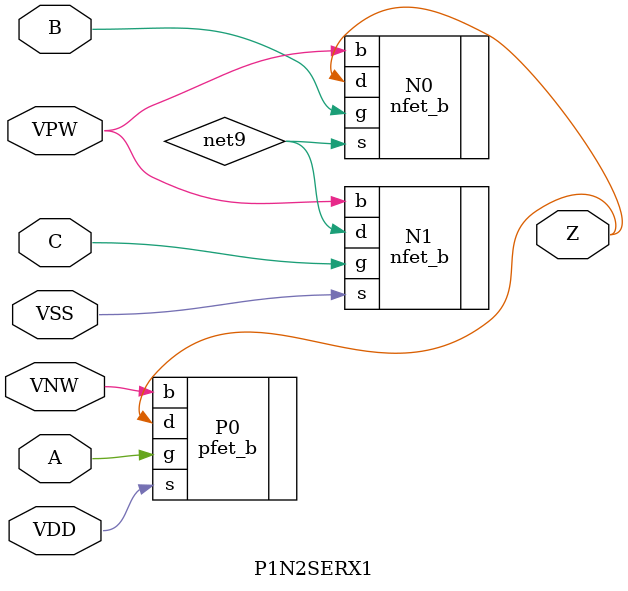
<source format=v>
`timescale 1ns / 1ns 

module P1N2SERX1 ( Z, VDD, VNW, VPW, VSS, A, B, C );

output  Z;

inout  VDD, VNW, VPW, VSS;

input  A, B, C;


specify 
    specparam CDS_LIBNAME  = "rail12lp";
    specparam CDS_CELLNAME = "P1N2SERX1";
    specparam CDS_VIEWNAME = "schematic";
endspecify

pfet_b  P0 ( .b(VNW), .s(VDD), .g(A), .d(Z));
nfet_b  N1 ( .b(VPW), .s(VSS), .g(C), .d(net9));
nfet_b  N0 ( .b(VPW), .s(net9), .g(B), .d(Z));

endmodule

</source>
